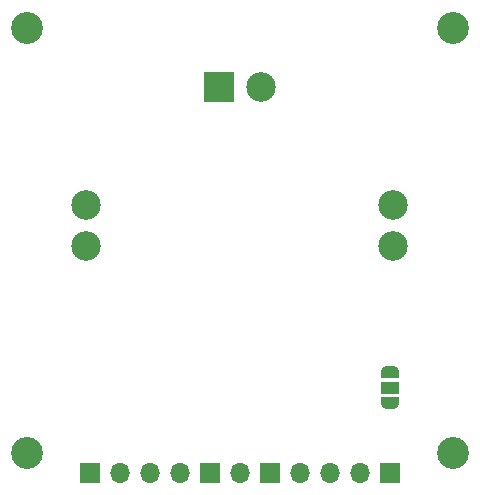
<source format=gbr>
G04 This is an RS-274x file exported by *
G04 gerbv version 2.6A *
G04 More information is available about gerbv at *
G04 http://gerbv.geda-project.org/ *
G04 --End of header info--*
%MOIN*%
%FSLAX34Y34*%
%IPPOS*%
G04 --Define apertures--*
%ADD10C,0.0079*%
%ADD11C,0.0138*%
%ADD12C,0.1063*%
%ADD13C,0.0984*%
%ADD14R,0.0984X0.0984*%
%ADD15R,0.0669X0.0669*%
%ADD16O,0.0669X0.0669*%
%AMMACRO17*
4,1,19,0.021654,-0.029528,0.000000,-0.029528,0.000000,-0.029327,-0.002801,-0.029327,-0.008177,-0.027749,-0.012891,-0.024719,-0.016560,-0.020485,-0.018888,-0.015388,-0.019685,-0.009843,-0.019685,0.009843,-0.018888,0.015388,-0.016560,0.020485,-0.012891,0.024719,-0.008177,0.027749,-0.002801,0.029327,0.000000,0.029327,0.000000,0.029528,0.021654,0.029528,0.021654,-0.029528,0.021654,-0.029528,90.000000*
%
%ADD17MACRO17*%
%ADD18R,0.0591X0.0394*%
%AMMACRO19*
4,1,19,0.000000,0.029327,0.002801,0.029327,0.008177,0.027749,0.012891,0.024719,0.016560,0.020485,0.018888,0.015388,0.019685,0.009843,0.019685,-0.009843,0.018888,-0.015388,0.016560,-0.020485,0.012891,-0.024719,0.008177,-0.027749,0.002801,-0.029327,0.000000,-0.029327,0.000000,-0.029528,-0.021654,-0.029528,-0.021654,0.029528,0.000000,0.029528,0.000000,0.029327,0.000000,0.029327,90.000000*
%
%ADD19MACRO19*%
G04 --Start main section--*
G54D12*
G01X0066142Y-032283D03*
G54D13*
G01X0064173Y-039559D03*
G01X0064173Y-038181D03*
G01X0053937Y-038181D03*
G01X0053937Y-039559D03*
G54D12*
G01X0051969Y-032283D03*
G01X0051969Y-046457D03*
G54D13*
G01X0059744Y-034252D03*
G54D14*
G01X0058366Y-034252D03*
G54D12*
G01X0066142Y-046457D03*
G54D15*
G01X0054055Y-047136D03*
G54D16*
G01X0055055Y-047136D03*
G01X0056055Y-047136D03*
G01X0057055Y-047136D03*
G54D15*
G01X0058055Y-047136D03*
G54D16*
G01X0059055Y-047136D03*
G54D15*
G01X0060055Y-047136D03*
G54D16*
G01X0061055Y-047136D03*
G01X0062055Y-047136D03*
G01X0063055Y-047136D03*
G54D15*
G01X0064055Y-047136D03*
G54D17*
G01X0064055Y-044803D03*
G54D18*
G01X0064055Y-044291D03*
G54D19*
G01X0064055Y-043780D03*
M02*

</source>
